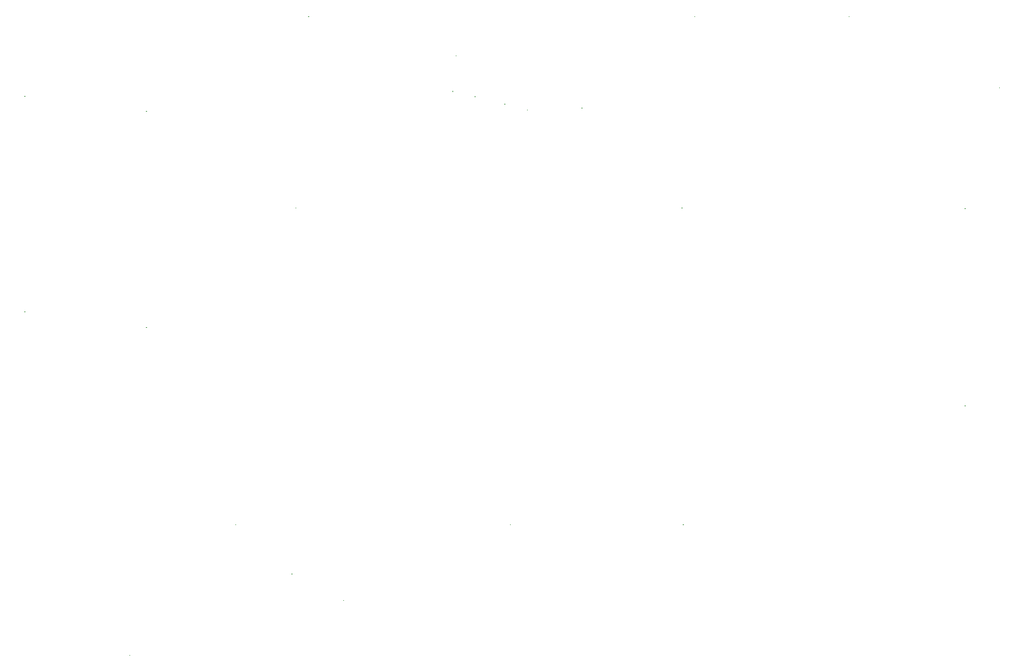
<source format=gbr>
%TF.GenerationSoftware,KiCad,Pcbnew,9.0.3*%
%TF.CreationDate,2025-08-06T15:24:12+02:00*%
%TF.ProjectId,Spikeling_v3.0,5370696b-656c-4696-9e67-5f76332e302e,rev?*%
%TF.SameCoordinates,Original*%
%TF.FileFunction,Other,User*%
%FSLAX46Y46*%
G04 Gerber Fmt 4.6, Leading zero omitted, Abs format (unit mm)*
G04 Created by KiCad (PCBNEW 9.0.3) date 2025-08-06 15:24:12*
%MOMM*%
%LPD*%
G01*
G04 APERTURE LIST*
%ADD10C,0.000000*%
G04 APERTURE END LIST*
D10*
%TO.C,VR2*%
G36*
X159825433Y-116127039D02*
G01*
X159825433Y-116172961D01*
X159792961Y-116205433D01*
X159747039Y-116205433D01*
X159714567Y-116172961D01*
X159714567Y-116127039D01*
X159747039Y-116094567D01*
X159792961Y-116094567D01*
X159825433Y-116127039D01*
G37*
%TO.C,U3*%
G36*
X132055433Y-75027039D02*
G01*
X132055433Y-75072961D01*
X132022961Y-75105433D01*
X131977039Y-75105433D01*
X131944567Y-75072961D01*
X131944567Y-75027039D01*
X131977039Y-74994567D01*
X132022961Y-74994567D01*
X132055433Y-75027039D01*
G37*
%TO.C,J4*%
G36*
X96955433Y-88477039D02*
G01*
X96955433Y-88522961D01*
X96922961Y-88555433D01*
X96877039Y-88555433D01*
X96844567Y-88522961D01*
X96844567Y-88477039D01*
X96877039Y-88444567D01*
X96922961Y-88444567D01*
X96955433Y-88477039D01*
G37*
%TO.C,J5*%
G36*
X218555433Y-133077039D02*
G01*
X218555433Y-133122961D01*
X218522961Y-133155433D01*
X218477039Y-133155433D01*
X218444567Y-133122961D01*
X218444567Y-133077039D01*
X218477039Y-133044567D01*
X218522961Y-133044567D01*
X218555433Y-133077039D01*
G37*
%TO.C,VR1*%
G36*
X124255433Y-116127039D02*
G01*
X124255433Y-116172961D01*
X124222961Y-116205433D01*
X124177039Y-116205433D01*
X124144567Y-116172961D01*
X124144567Y-116127039D01*
X124177039Y-116094567D01*
X124222961Y-116094567D01*
X124255433Y-116127039D01*
G37*
%TO.C,D7*%
G36*
X169105433Y-62052039D02*
G01*
X169105433Y-62097961D01*
X169072961Y-62130433D01*
X169027039Y-62130433D01*
X168994567Y-62097961D01*
X168994567Y-62052039D01*
X169027039Y-62019567D01*
X169072961Y-62019567D01*
X169105433Y-62052039D01*
G37*
%TO.C,VR5*%
G36*
X218705433Y-100727039D02*
G01*
X218705433Y-100772961D01*
X218672961Y-100805433D01*
X218627039Y-100805433D01*
X218594567Y-100772961D01*
X218594567Y-100727039D01*
X218627039Y-100694567D01*
X218672961Y-100694567D01*
X218705433Y-100727039D01*
G37*
%TO.C,U5*%
G36*
X131555433Y-122502039D02*
G01*
X131555433Y-122547961D01*
X131522961Y-122580433D01*
X131477039Y-122580433D01*
X131444567Y-122547961D01*
X131444567Y-122502039D01*
X131477039Y-122469567D01*
X131522961Y-122469567D01*
X131555433Y-122502039D01*
G37*
%TO.C,J6*%
G36*
X223155433Y-59477039D02*
G01*
X223155433Y-59522961D01*
X223122961Y-59555433D01*
X223077039Y-59555433D01*
X223044567Y-59522961D01*
X223044567Y-59477039D01*
X223077039Y-59444567D01*
X223122961Y-59444567D01*
X223155433Y-59477039D01*
G37*
%TO.C,J3*%
G36*
X96955433Y-60577039D02*
G01*
X96955433Y-60622961D01*
X96922961Y-60655433D01*
X96877039Y-60655433D01*
X96844567Y-60622961D01*
X96844567Y-60577039D01*
X96877039Y-60544567D01*
X96922961Y-60544567D01*
X96955433Y-60577039D01*
G37*
%TO.C,SW3*%
G36*
X183705433Y-50227039D02*
G01*
X183705433Y-50272961D01*
X183672961Y-50305433D01*
X183627039Y-50305433D01*
X183594567Y-50272961D01*
X183594567Y-50227039D01*
X183627039Y-50194567D01*
X183672961Y-50194567D01*
X183705433Y-50227039D01*
G37*
%TO.C,SW2*%
G36*
X133705433Y-50227039D02*
G01*
X133705433Y-50272961D01*
X133672961Y-50305433D01*
X133627039Y-50305433D01*
X133594567Y-50272961D01*
X133594567Y-50227039D01*
X133627039Y-50194567D01*
X133672961Y-50194567D01*
X133705433Y-50227039D01*
G37*
%TO.C,D2*%
G36*
X159105433Y-61577039D02*
G01*
X159105433Y-61622961D01*
X159072961Y-61655433D01*
X159027039Y-61655433D01*
X158994567Y-61622961D01*
X158994567Y-61577039D01*
X159027039Y-61544567D01*
X159072961Y-61544567D01*
X159105433Y-61577039D01*
G37*
%TO.C,D6*%
G36*
X138205433Y-125927039D02*
G01*
X138205433Y-125972961D01*
X138172961Y-126005433D01*
X138127039Y-126005433D01*
X138094567Y-125972961D01*
X138094567Y-125927039D01*
X138127039Y-125894567D01*
X138172961Y-125894567D01*
X138205433Y-125927039D01*
G37*
%TO.C,D4*%
G36*
X152380433Y-59927039D02*
G01*
X152380433Y-59972961D01*
X152347961Y-60005433D01*
X152302039Y-60005433D01*
X152269567Y-59972961D01*
X152269567Y-59927039D01*
X152302039Y-59894567D01*
X152347961Y-59894567D01*
X152380433Y-59927039D01*
G37*
%TO.C,VR6*%
G36*
X112705433Y-62527039D02*
G01*
X112705433Y-62572961D01*
X112672961Y-62605433D01*
X112627039Y-62605433D01*
X112594567Y-62572961D01*
X112594567Y-62527039D01*
X112627039Y-62494567D01*
X112672961Y-62494567D01*
X112705433Y-62527039D01*
G37*
%TO.C,L1*%
G36*
X152821433Y-55339539D02*
G01*
X152821433Y-55385461D01*
X152788961Y-55417933D01*
X152743039Y-55417933D01*
X152710567Y-55385461D01*
X152710567Y-55339539D01*
X152743039Y-55307067D01*
X152788961Y-55307067D01*
X152821433Y-55339539D01*
G37*
%TO.C,U4*%
G36*
X182055433Y-75027039D02*
G01*
X182055433Y-75072961D01*
X182022961Y-75105433D01*
X181977039Y-75105433D01*
X181944567Y-75072961D01*
X181944567Y-75027039D01*
X181977039Y-74994567D01*
X182022961Y-74994567D01*
X182055433Y-75027039D01*
G37*
%TO.C,VR3*%
G36*
X182205433Y-116127039D02*
G01*
X182205433Y-116172961D01*
X182172961Y-116205433D01*
X182127039Y-116205433D01*
X182094567Y-116172961D01*
X182094567Y-116127039D01*
X182127039Y-116094567D01*
X182172961Y-116094567D01*
X182205433Y-116127039D01*
G37*
%TO.C,SW4*%
G36*
X203705433Y-50227039D02*
G01*
X203705433Y-50272961D01*
X203672961Y-50305433D01*
X203627039Y-50305433D01*
X203594567Y-50272961D01*
X203594567Y-50227039D01*
X203627039Y-50194567D01*
X203672961Y-50194567D01*
X203705433Y-50227039D01*
G37*
%TO.C,D1*%
G36*
X155255433Y-60627039D02*
G01*
X155255433Y-60672961D01*
X155222961Y-60705433D01*
X155177039Y-60705433D01*
X155144567Y-60672961D01*
X155144567Y-60627039D01*
X155177039Y-60594567D01*
X155222961Y-60594567D01*
X155255433Y-60627039D01*
G37*
%TO.C,D3*%
G36*
X162005433Y-62377039D02*
G01*
X162005433Y-62422961D01*
X161972961Y-62455433D01*
X161927039Y-62455433D01*
X161894567Y-62422961D01*
X161894567Y-62377039D01*
X161927039Y-62344567D01*
X161972961Y-62344567D01*
X162005433Y-62377039D01*
G37*
%TO.C,J2*%
G36*
X110555433Y-133077039D02*
G01*
X110555433Y-133122961D01*
X110522961Y-133155433D01*
X110477039Y-133155433D01*
X110444567Y-133122961D01*
X110444567Y-133077039D01*
X110477039Y-133044567D01*
X110522961Y-133044567D01*
X110555433Y-133077039D01*
G37*
%TO.C,VR7*%
G36*
X112705433Y-90527039D02*
G01*
X112705433Y-90572961D01*
X112672961Y-90605433D01*
X112627039Y-90605433D01*
X112594567Y-90572961D01*
X112594567Y-90527039D01*
X112627039Y-90494567D01*
X112672961Y-90494567D01*
X112705433Y-90527039D01*
G37*
%TO.C,VR4*%
G36*
X218705433Y-75099039D02*
G01*
X218705433Y-75144961D01*
X218672961Y-75177433D01*
X218627039Y-75177433D01*
X218594567Y-75144961D01*
X218594567Y-75099039D01*
X218627039Y-75066567D01*
X218672961Y-75066567D01*
X218705433Y-75099039D01*
G37*
%TD*%
M02*

</source>
